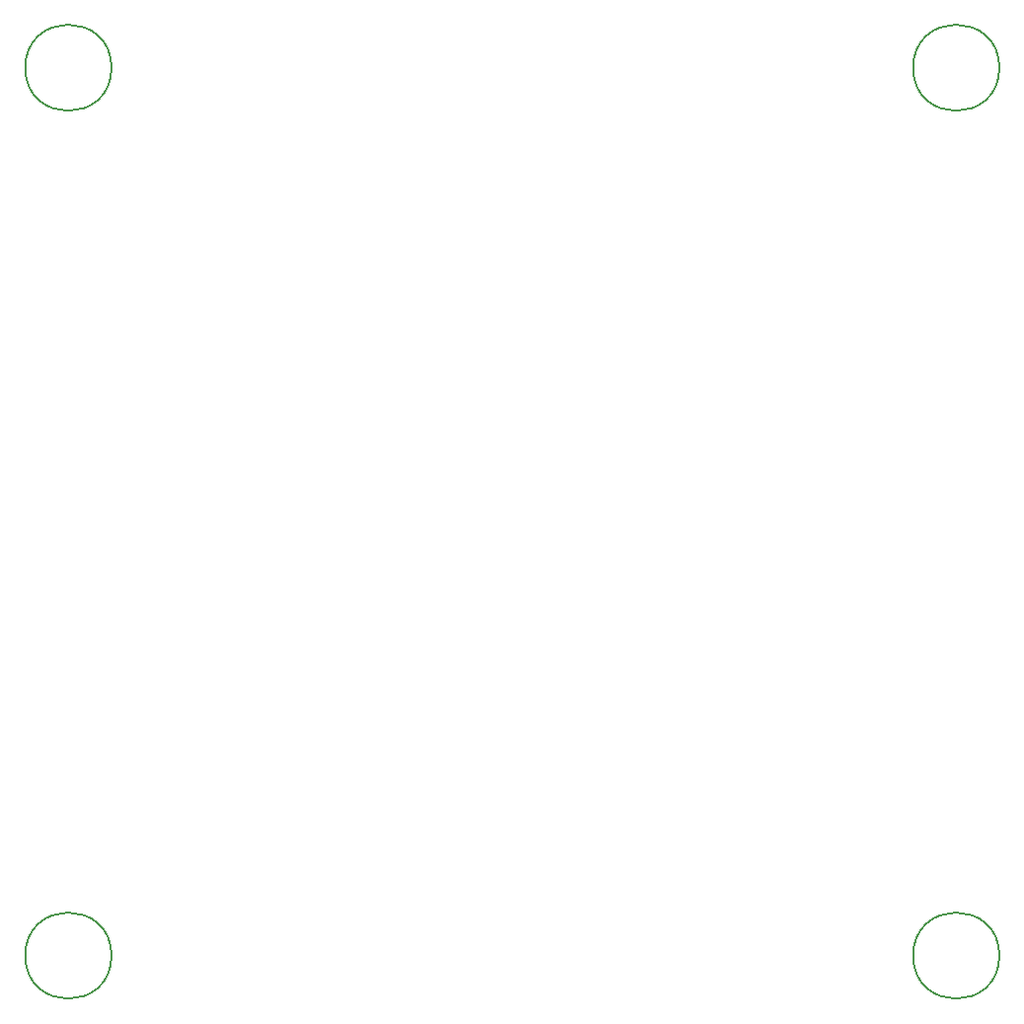
<source format=gbr>
%TF.GenerationSoftware,KiCad,Pcbnew,(6.0.7)*%
%TF.CreationDate,2022-08-13T23:51:54-04:00*%
%TF.ProjectId,PB_16,50425f31-362e-46b6-9963-61645f706362,v3*%
%TF.SameCoordinates,Original*%
%TF.FileFunction,Other,Comment*%
%FSLAX46Y46*%
G04 Gerber Fmt 4.6, Leading zero omitted, Abs format (unit mm)*
G04 Created by KiCad (PCBNEW (6.0.7)) date 2022-08-13 23:51:54*
%MOMM*%
%LPD*%
G01*
G04 APERTURE LIST*
%ADD10C,0.150000*%
G04 APERTURE END LIST*
D10*
%TO.C,H1*%
X247540000Y-40640000D02*
G75*
G03*
X247540000Y-40640000I-3700000J0D01*
G01*
%TO.C,H2*%
X171340000Y-40640000D02*
G75*
G03*
X171340000Y-40640000I-3700000J0D01*
G01*
%TO.C,H3*%
X247540000Y-116840000D02*
G75*
G03*
X247540000Y-116840000I-3700000J0D01*
G01*
%TO.C,H4*%
X171340000Y-116840000D02*
G75*
G03*
X171340000Y-116840000I-3700000J0D01*
G01*
%TD*%
M02*

</source>
